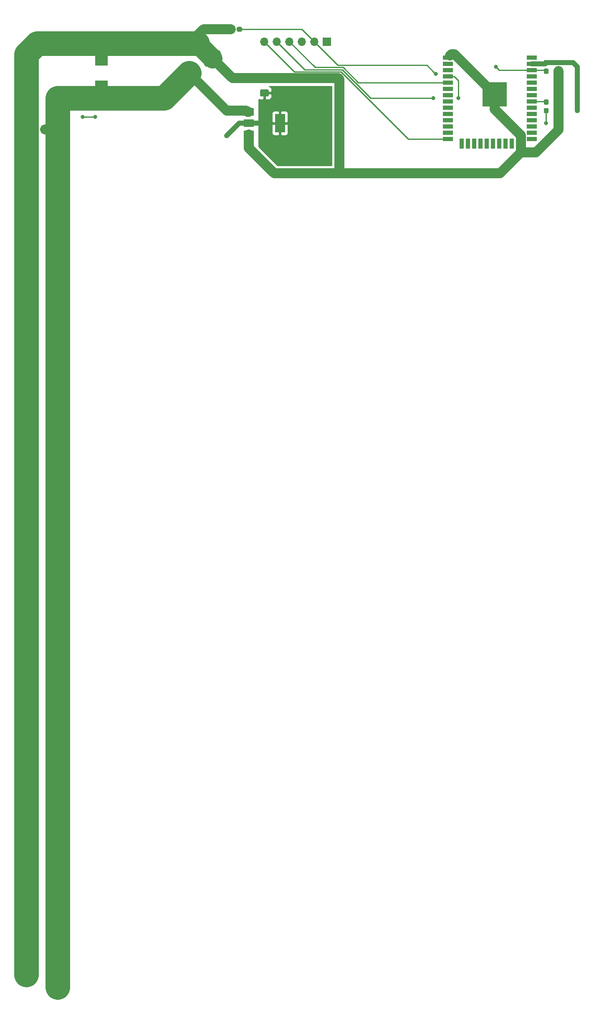
<source format=gbr>
G04 #@! TF.GenerationSoftware,KiCad,Pcbnew,5.0.0*
G04 #@! TF.CreationDate,2018-08-02T01:45:53+02:00*
G04 #@! TF.ProjectId,pentasquare,70656E74617371756172652E6B696361,rev?*
G04 #@! TF.SameCoordinates,Original*
G04 #@! TF.FileFunction,Copper,L2,Bot,Signal*
G04 #@! TF.FilePolarity,Positive*
%FSLAX46Y46*%
G04 Gerber Fmt 4.6, Leading zero omitted, Abs format (unit mm)*
G04 Created by KiCad (PCBNEW 5.0.0) date Thu Aug  2 01:45:53 2018*
%MOMM*%
%LPD*%
G01*
G04 APERTURE LIST*
G04 #@! TA.AperFunction,ComponentPad*
%ADD10R,3.500000X3.500000*%
G04 #@! TD*
G04 #@! TA.AperFunction,Conductor*
%ADD11C,0.100000*%
G04 #@! TD*
G04 #@! TA.AperFunction,ComponentPad*
%ADD12C,3.000000*%
G04 #@! TD*
G04 #@! TA.AperFunction,ComponentPad*
%ADD13C,3.500000*%
G04 #@! TD*
G04 #@! TA.AperFunction,SMDPad,CuDef*
%ADD14R,2.000000X3.800000*%
G04 #@! TD*
G04 #@! TA.AperFunction,SMDPad,CuDef*
%ADD15R,2.000000X1.500000*%
G04 #@! TD*
G04 #@! TA.AperFunction,SMDPad,CuDef*
%ADD16R,2.500000X3.500000*%
G04 #@! TD*
G04 #@! TA.AperFunction,SMDPad,CuDef*
%ADD17C,0.950000*%
G04 #@! TD*
G04 #@! TA.AperFunction,SMDPad,CuDef*
%ADD18C,1.425000*%
G04 #@! TD*
G04 #@! TA.AperFunction,ComponentPad*
%ADD19R,1.600000X1.600000*%
G04 #@! TD*
G04 #@! TA.AperFunction,ComponentPad*
%ADD20C,1.600000*%
G04 #@! TD*
G04 #@! TA.AperFunction,ComponentPad*
%ADD21R,1.700000X1.700000*%
G04 #@! TD*
G04 #@! TA.AperFunction,ComponentPad*
%ADD22O,1.700000X1.700000*%
G04 #@! TD*
G04 #@! TA.AperFunction,SMDPad,CuDef*
%ADD23R,5.000000X5.000000*%
G04 #@! TD*
G04 #@! TA.AperFunction,SMDPad,CuDef*
%ADD24R,2.000000X0.900000*%
G04 #@! TD*
G04 #@! TA.AperFunction,SMDPad,CuDef*
%ADD25R,0.900000X2.000000*%
G04 #@! TD*
G04 #@! TA.AperFunction,ViaPad*
%ADD26C,2.000000*%
G04 #@! TD*
G04 #@! TA.AperFunction,ViaPad*
%ADD27C,1.000000*%
G04 #@! TD*
G04 #@! TA.AperFunction,ViaPad*
%ADD28C,0.800000*%
G04 #@! TD*
G04 #@! TA.AperFunction,Conductor*
%ADD29C,5.000000*%
G04 #@! TD*
G04 #@! TA.AperFunction,Conductor*
%ADD30C,4.000000*%
G04 #@! TD*
G04 #@! TA.AperFunction,Conductor*
%ADD31C,2.000000*%
G04 #@! TD*
G04 #@! TA.AperFunction,Conductor*
%ADD32C,0.250000*%
G04 #@! TD*
G04 #@! TA.AperFunction,Conductor*
%ADD33C,1.000000*%
G04 #@! TD*
G04 #@! TA.AperFunction,Conductor*
%ADD34C,0.254000*%
G04 #@! TD*
G04 APERTURE END LIST*
D10*
G04 #@! TO.P,J2,1*
G04 #@! TO.N,+5V*
X53340000Y-25400000D03*
D11*
G04 #@! TD*
G04 #@! TO.N,GND*
G04 #@! TO.C,J2*
G36*
X54413513Y-17903611D02*
X54486318Y-17914411D01*
X54557714Y-17932295D01*
X54627013Y-17957090D01*
X54693548Y-17988559D01*
X54756678Y-18026398D01*
X54815795Y-18070242D01*
X54870330Y-18119670D01*
X54919758Y-18174205D01*
X54963602Y-18233322D01*
X55001441Y-18296452D01*
X55032910Y-18362987D01*
X55057705Y-18432286D01*
X55075589Y-18503682D01*
X55086389Y-18576487D01*
X55090000Y-18650000D01*
X55090000Y-20150000D01*
X55086389Y-20223513D01*
X55075589Y-20296318D01*
X55057705Y-20367714D01*
X55032910Y-20437013D01*
X55001441Y-20503548D01*
X54963602Y-20566678D01*
X54919758Y-20625795D01*
X54870330Y-20680330D01*
X54815795Y-20729758D01*
X54756678Y-20773602D01*
X54693548Y-20811441D01*
X54627013Y-20842910D01*
X54557714Y-20867705D01*
X54486318Y-20885589D01*
X54413513Y-20896389D01*
X54340000Y-20900000D01*
X52340000Y-20900000D01*
X52266487Y-20896389D01*
X52193682Y-20885589D01*
X52122286Y-20867705D01*
X52052987Y-20842910D01*
X51986452Y-20811441D01*
X51923322Y-20773602D01*
X51864205Y-20729758D01*
X51809670Y-20680330D01*
X51760242Y-20625795D01*
X51716398Y-20566678D01*
X51678559Y-20503548D01*
X51647090Y-20437013D01*
X51622295Y-20367714D01*
X51604411Y-20296318D01*
X51593611Y-20223513D01*
X51590000Y-20150000D01*
X51590000Y-18650000D01*
X51593611Y-18576487D01*
X51604411Y-18503682D01*
X51622295Y-18432286D01*
X51647090Y-18362987D01*
X51678559Y-18296452D01*
X51716398Y-18233322D01*
X51760242Y-18174205D01*
X51809670Y-18119670D01*
X51864205Y-18070242D01*
X51923322Y-18026398D01*
X51986452Y-17988559D01*
X52052987Y-17957090D01*
X52122286Y-17932295D01*
X52193682Y-17914411D01*
X52266487Y-17903611D01*
X52340000Y-17900000D01*
X54340000Y-17900000D01*
X54413513Y-17903611D01*
X54413513Y-17903611D01*
G37*
D12*
G04 #@! TO.P,J2,2*
G04 #@! TO.N,GND*
X53340000Y-19400000D03*
D11*
G04 #@! TD*
G04 #@! TO.N,GND*
G04 #@! TO.C,J2*
G36*
X59000765Y-20654213D02*
X59085704Y-20666813D01*
X59168999Y-20687677D01*
X59249848Y-20716605D01*
X59327472Y-20753319D01*
X59401124Y-20797464D01*
X59470094Y-20848616D01*
X59533718Y-20906282D01*
X59591384Y-20969906D01*
X59642536Y-21038876D01*
X59686681Y-21112528D01*
X59723395Y-21190152D01*
X59752323Y-21271001D01*
X59773187Y-21354296D01*
X59785787Y-21439235D01*
X59790000Y-21525000D01*
X59790000Y-23275000D01*
X59785787Y-23360765D01*
X59773187Y-23445704D01*
X59752323Y-23528999D01*
X59723395Y-23609848D01*
X59686681Y-23687472D01*
X59642536Y-23761124D01*
X59591384Y-23830094D01*
X59533718Y-23893718D01*
X59470094Y-23951384D01*
X59401124Y-24002536D01*
X59327472Y-24046681D01*
X59249848Y-24083395D01*
X59168999Y-24112323D01*
X59085704Y-24133187D01*
X59000765Y-24145787D01*
X58915000Y-24150000D01*
X57165000Y-24150000D01*
X57079235Y-24145787D01*
X56994296Y-24133187D01*
X56911001Y-24112323D01*
X56830152Y-24083395D01*
X56752528Y-24046681D01*
X56678876Y-24002536D01*
X56609906Y-23951384D01*
X56546282Y-23893718D01*
X56488616Y-23830094D01*
X56437464Y-23761124D01*
X56393319Y-23687472D01*
X56356605Y-23609848D01*
X56327677Y-23528999D01*
X56306813Y-23445704D01*
X56294213Y-23360765D01*
X56290000Y-23275000D01*
X56290000Y-21525000D01*
X56294213Y-21439235D01*
X56306813Y-21354296D01*
X56327677Y-21271001D01*
X56356605Y-21190152D01*
X56393319Y-21112528D01*
X56437464Y-21038876D01*
X56488616Y-20969906D01*
X56546282Y-20906282D01*
X56609906Y-20848616D01*
X56678876Y-20797464D01*
X56752528Y-20753319D01*
X56830152Y-20716605D01*
X56911001Y-20687677D01*
X56994296Y-20666813D01*
X57079235Y-20654213D01*
X57165000Y-20650000D01*
X58915000Y-20650000D01*
X59000765Y-20654213D01*
X59000765Y-20654213D01*
G37*
D13*
G04 #@! TO.P,J2,3*
G04 #@! TO.N,GND*
X58040000Y-22400000D03*
G04 #@! TD*
D14*
G04 #@! TO.P,U2,2*
G04 #@! TO.N,+3V3*
X71730000Y-35560000D03*
D15*
X65430000Y-35560000D03*
G04 #@! TO.P,U2,3*
G04 #@! TO.N,+5V*
X65430000Y-33260000D03*
G04 #@! TO.P,U2,1*
G04 #@! TO.N,GND*
X65430000Y-37860000D03*
G04 #@! TD*
D16*
G04 #@! TO.P,C4,1*
G04 #@! TO.N,+5V*
X35560000Y-28650000D03*
G04 #@! TO.P,C4,2*
G04 #@! TO.N,GND*
X35560000Y-22150000D03*
G04 #@! TD*
D11*
G04 #@! TO.N,+3V3*
G04 #@! TO.C,C2*
G36*
X128530779Y-22731144D02*
X128553834Y-22734563D01*
X128576443Y-22740227D01*
X128598387Y-22748079D01*
X128619457Y-22758044D01*
X128639448Y-22770026D01*
X128658168Y-22783910D01*
X128675438Y-22799562D01*
X128691090Y-22816832D01*
X128704974Y-22835552D01*
X128716956Y-22855543D01*
X128726921Y-22876613D01*
X128734773Y-22898557D01*
X128740437Y-22921166D01*
X128743856Y-22944221D01*
X128745000Y-22967500D01*
X128745000Y-23542500D01*
X128743856Y-23565779D01*
X128740437Y-23588834D01*
X128734773Y-23611443D01*
X128726921Y-23633387D01*
X128716956Y-23654457D01*
X128704974Y-23674448D01*
X128691090Y-23693168D01*
X128675438Y-23710438D01*
X128658168Y-23726090D01*
X128639448Y-23739974D01*
X128619457Y-23751956D01*
X128598387Y-23761921D01*
X128576443Y-23769773D01*
X128553834Y-23775437D01*
X128530779Y-23778856D01*
X128507500Y-23780000D01*
X128032500Y-23780000D01*
X128009221Y-23778856D01*
X127986166Y-23775437D01*
X127963557Y-23769773D01*
X127941613Y-23761921D01*
X127920543Y-23751956D01*
X127900552Y-23739974D01*
X127881832Y-23726090D01*
X127864562Y-23710438D01*
X127848910Y-23693168D01*
X127835026Y-23674448D01*
X127823044Y-23654457D01*
X127813079Y-23633387D01*
X127805227Y-23611443D01*
X127799563Y-23588834D01*
X127796144Y-23565779D01*
X127795000Y-23542500D01*
X127795000Y-22967500D01*
X127796144Y-22944221D01*
X127799563Y-22921166D01*
X127805227Y-22898557D01*
X127813079Y-22876613D01*
X127823044Y-22855543D01*
X127835026Y-22835552D01*
X127848910Y-22816832D01*
X127864562Y-22799562D01*
X127881832Y-22783910D01*
X127900552Y-22770026D01*
X127920543Y-22758044D01*
X127941613Y-22748079D01*
X127963557Y-22740227D01*
X127986166Y-22734563D01*
X128009221Y-22731144D01*
X128032500Y-22730000D01*
X128507500Y-22730000D01*
X128530779Y-22731144D01*
X128530779Y-22731144D01*
G37*
D17*
G04 #@! TD*
G04 #@! TO.P,C2,2*
G04 #@! TO.N,+3V3*
X128270000Y-23255000D03*
D11*
G04 #@! TO.N,GND*
G04 #@! TO.C,C2*
G36*
X128530779Y-24481144D02*
X128553834Y-24484563D01*
X128576443Y-24490227D01*
X128598387Y-24498079D01*
X128619457Y-24508044D01*
X128639448Y-24520026D01*
X128658168Y-24533910D01*
X128675438Y-24549562D01*
X128691090Y-24566832D01*
X128704974Y-24585552D01*
X128716956Y-24605543D01*
X128726921Y-24626613D01*
X128734773Y-24648557D01*
X128740437Y-24671166D01*
X128743856Y-24694221D01*
X128745000Y-24717500D01*
X128745000Y-25292500D01*
X128743856Y-25315779D01*
X128740437Y-25338834D01*
X128734773Y-25361443D01*
X128726921Y-25383387D01*
X128716956Y-25404457D01*
X128704974Y-25424448D01*
X128691090Y-25443168D01*
X128675438Y-25460438D01*
X128658168Y-25476090D01*
X128639448Y-25489974D01*
X128619457Y-25501956D01*
X128598387Y-25511921D01*
X128576443Y-25519773D01*
X128553834Y-25525437D01*
X128530779Y-25528856D01*
X128507500Y-25530000D01*
X128032500Y-25530000D01*
X128009221Y-25528856D01*
X127986166Y-25525437D01*
X127963557Y-25519773D01*
X127941613Y-25511921D01*
X127920543Y-25501956D01*
X127900552Y-25489974D01*
X127881832Y-25476090D01*
X127864562Y-25460438D01*
X127848910Y-25443168D01*
X127835026Y-25424448D01*
X127823044Y-25404457D01*
X127813079Y-25383387D01*
X127805227Y-25361443D01*
X127799563Y-25338834D01*
X127796144Y-25315779D01*
X127795000Y-25292500D01*
X127795000Y-24717500D01*
X127796144Y-24694221D01*
X127799563Y-24671166D01*
X127805227Y-24648557D01*
X127813079Y-24626613D01*
X127823044Y-24605543D01*
X127835026Y-24585552D01*
X127848910Y-24566832D01*
X127864562Y-24549562D01*
X127881832Y-24533910D01*
X127900552Y-24520026D01*
X127920543Y-24508044D01*
X127941613Y-24498079D01*
X127963557Y-24490227D01*
X127986166Y-24484563D01*
X128009221Y-24481144D01*
X128032500Y-24480000D01*
X128507500Y-24480000D01*
X128530779Y-24481144D01*
X128530779Y-24481144D01*
G37*
D17*
G04 #@! TD*
G04 #@! TO.P,C2,1*
G04 #@! TO.N,GND*
X128270000Y-25005000D03*
D11*
G04 #@! TO.N,/RTS*
G04 #@! TO.C,C1*
G36*
X63810779Y-16036144D02*
X63833834Y-16039563D01*
X63856443Y-16045227D01*
X63878387Y-16053079D01*
X63899457Y-16063044D01*
X63919448Y-16075026D01*
X63938168Y-16088910D01*
X63955438Y-16104562D01*
X63971090Y-16121832D01*
X63984974Y-16140552D01*
X63996956Y-16160543D01*
X64006921Y-16181613D01*
X64014773Y-16203557D01*
X64020437Y-16226166D01*
X64023856Y-16249221D01*
X64025000Y-16272500D01*
X64025000Y-16747500D01*
X64023856Y-16770779D01*
X64020437Y-16793834D01*
X64014773Y-16816443D01*
X64006921Y-16838387D01*
X63996956Y-16859457D01*
X63984974Y-16879448D01*
X63971090Y-16898168D01*
X63955438Y-16915438D01*
X63938168Y-16931090D01*
X63919448Y-16944974D01*
X63899457Y-16956956D01*
X63878387Y-16966921D01*
X63856443Y-16974773D01*
X63833834Y-16980437D01*
X63810779Y-16983856D01*
X63787500Y-16985000D01*
X63212500Y-16985000D01*
X63189221Y-16983856D01*
X63166166Y-16980437D01*
X63143557Y-16974773D01*
X63121613Y-16966921D01*
X63100543Y-16956956D01*
X63080552Y-16944974D01*
X63061832Y-16931090D01*
X63044562Y-16915438D01*
X63028910Y-16898168D01*
X63015026Y-16879448D01*
X63003044Y-16859457D01*
X62993079Y-16838387D01*
X62985227Y-16816443D01*
X62979563Y-16793834D01*
X62976144Y-16770779D01*
X62975000Y-16747500D01*
X62975000Y-16272500D01*
X62976144Y-16249221D01*
X62979563Y-16226166D01*
X62985227Y-16203557D01*
X62993079Y-16181613D01*
X63003044Y-16160543D01*
X63015026Y-16140552D01*
X63028910Y-16121832D01*
X63044562Y-16104562D01*
X63061832Y-16088910D01*
X63080552Y-16075026D01*
X63100543Y-16063044D01*
X63121613Y-16053079D01*
X63143557Y-16045227D01*
X63166166Y-16039563D01*
X63189221Y-16036144D01*
X63212500Y-16035000D01*
X63787500Y-16035000D01*
X63810779Y-16036144D01*
X63810779Y-16036144D01*
G37*
D17*
G04 #@! TD*
G04 #@! TO.P,C1,1*
G04 #@! TO.N,/RTS*
X63500000Y-16510000D03*
D11*
G04 #@! TO.N,GND*
G04 #@! TO.C,C1*
G36*
X62060779Y-16036144D02*
X62083834Y-16039563D01*
X62106443Y-16045227D01*
X62128387Y-16053079D01*
X62149457Y-16063044D01*
X62169448Y-16075026D01*
X62188168Y-16088910D01*
X62205438Y-16104562D01*
X62221090Y-16121832D01*
X62234974Y-16140552D01*
X62246956Y-16160543D01*
X62256921Y-16181613D01*
X62264773Y-16203557D01*
X62270437Y-16226166D01*
X62273856Y-16249221D01*
X62275000Y-16272500D01*
X62275000Y-16747500D01*
X62273856Y-16770779D01*
X62270437Y-16793834D01*
X62264773Y-16816443D01*
X62256921Y-16838387D01*
X62246956Y-16859457D01*
X62234974Y-16879448D01*
X62221090Y-16898168D01*
X62205438Y-16915438D01*
X62188168Y-16931090D01*
X62169448Y-16944974D01*
X62149457Y-16956956D01*
X62128387Y-16966921D01*
X62106443Y-16974773D01*
X62083834Y-16980437D01*
X62060779Y-16983856D01*
X62037500Y-16985000D01*
X61462500Y-16985000D01*
X61439221Y-16983856D01*
X61416166Y-16980437D01*
X61393557Y-16974773D01*
X61371613Y-16966921D01*
X61350543Y-16956956D01*
X61330552Y-16944974D01*
X61311832Y-16931090D01*
X61294562Y-16915438D01*
X61278910Y-16898168D01*
X61265026Y-16879448D01*
X61253044Y-16859457D01*
X61243079Y-16838387D01*
X61235227Y-16816443D01*
X61229563Y-16793834D01*
X61226144Y-16770779D01*
X61225000Y-16747500D01*
X61225000Y-16272500D01*
X61226144Y-16249221D01*
X61229563Y-16226166D01*
X61235227Y-16203557D01*
X61243079Y-16181613D01*
X61253044Y-16160543D01*
X61265026Y-16140552D01*
X61278910Y-16121832D01*
X61294562Y-16104562D01*
X61311832Y-16088910D01*
X61330552Y-16075026D01*
X61350543Y-16063044D01*
X61371613Y-16053079D01*
X61393557Y-16045227D01*
X61416166Y-16039563D01*
X61439221Y-16036144D01*
X61462500Y-16035000D01*
X62037500Y-16035000D01*
X62060779Y-16036144D01*
X62060779Y-16036144D01*
G37*
D17*
G04 #@! TD*
G04 #@! TO.P,C1,2*
G04 #@! TO.N,GND*
X61750000Y-16510000D03*
D11*
G04 #@! TO.N,GND*
G04 #@! TO.C,C3*
G36*
X69229504Y-25741204D02*
X69253773Y-25744804D01*
X69277571Y-25750765D01*
X69300671Y-25759030D01*
X69322849Y-25769520D01*
X69343893Y-25782133D01*
X69363598Y-25796747D01*
X69381777Y-25813223D01*
X69398253Y-25831402D01*
X69412867Y-25851107D01*
X69425480Y-25872151D01*
X69435970Y-25894329D01*
X69444235Y-25917429D01*
X69450196Y-25941227D01*
X69453796Y-25965496D01*
X69455000Y-25990000D01*
X69455000Y-26915000D01*
X69453796Y-26939504D01*
X69450196Y-26963773D01*
X69444235Y-26987571D01*
X69435970Y-27010671D01*
X69425480Y-27032849D01*
X69412867Y-27053893D01*
X69398253Y-27073598D01*
X69381777Y-27091777D01*
X69363598Y-27108253D01*
X69343893Y-27122867D01*
X69322849Y-27135480D01*
X69300671Y-27145970D01*
X69277571Y-27154235D01*
X69253773Y-27160196D01*
X69229504Y-27163796D01*
X69205000Y-27165000D01*
X67955000Y-27165000D01*
X67930496Y-27163796D01*
X67906227Y-27160196D01*
X67882429Y-27154235D01*
X67859329Y-27145970D01*
X67837151Y-27135480D01*
X67816107Y-27122867D01*
X67796402Y-27108253D01*
X67778223Y-27091777D01*
X67761747Y-27073598D01*
X67747133Y-27053893D01*
X67734520Y-27032849D01*
X67724030Y-27010671D01*
X67715765Y-26987571D01*
X67709804Y-26963773D01*
X67706204Y-26939504D01*
X67705000Y-26915000D01*
X67705000Y-25990000D01*
X67706204Y-25965496D01*
X67709804Y-25941227D01*
X67715765Y-25917429D01*
X67724030Y-25894329D01*
X67734520Y-25872151D01*
X67747133Y-25851107D01*
X67761747Y-25831402D01*
X67778223Y-25813223D01*
X67796402Y-25796747D01*
X67816107Y-25782133D01*
X67837151Y-25769520D01*
X67859329Y-25759030D01*
X67882429Y-25750765D01*
X67906227Y-25744804D01*
X67930496Y-25741204D01*
X67955000Y-25740000D01*
X69205000Y-25740000D01*
X69229504Y-25741204D01*
X69229504Y-25741204D01*
G37*
D18*
G04 #@! TD*
G04 #@! TO.P,C3,1*
G04 #@! TO.N,GND*
X68580000Y-26452500D03*
D11*
G04 #@! TO.N,+3V3*
G04 #@! TO.C,C3*
G36*
X69229504Y-28716204D02*
X69253773Y-28719804D01*
X69277571Y-28725765D01*
X69300671Y-28734030D01*
X69322849Y-28744520D01*
X69343893Y-28757133D01*
X69363598Y-28771747D01*
X69381777Y-28788223D01*
X69398253Y-28806402D01*
X69412867Y-28826107D01*
X69425480Y-28847151D01*
X69435970Y-28869329D01*
X69444235Y-28892429D01*
X69450196Y-28916227D01*
X69453796Y-28940496D01*
X69455000Y-28965000D01*
X69455000Y-29890000D01*
X69453796Y-29914504D01*
X69450196Y-29938773D01*
X69444235Y-29962571D01*
X69435970Y-29985671D01*
X69425480Y-30007849D01*
X69412867Y-30028893D01*
X69398253Y-30048598D01*
X69381777Y-30066777D01*
X69363598Y-30083253D01*
X69343893Y-30097867D01*
X69322849Y-30110480D01*
X69300671Y-30120970D01*
X69277571Y-30129235D01*
X69253773Y-30135196D01*
X69229504Y-30138796D01*
X69205000Y-30140000D01*
X67955000Y-30140000D01*
X67930496Y-30138796D01*
X67906227Y-30135196D01*
X67882429Y-30129235D01*
X67859329Y-30120970D01*
X67837151Y-30110480D01*
X67816107Y-30097867D01*
X67796402Y-30083253D01*
X67778223Y-30066777D01*
X67761747Y-30048598D01*
X67747133Y-30028893D01*
X67734520Y-30007849D01*
X67724030Y-29985671D01*
X67715765Y-29962571D01*
X67709804Y-29938773D01*
X67706204Y-29914504D01*
X67705000Y-29890000D01*
X67705000Y-28965000D01*
X67706204Y-28940496D01*
X67709804Y-28916227D01*
X67715765Y-28892429D01*
X67724030Y-28869329D01*
X67734520Y-28847151D01*
X67747133Y-28826107D01*
X67761747Y-28806402D01*
X67778223Y-28788223D01*
X67796402Y-28771747D01*
X67816107Y-28757133D01*
X67837151Y-28744520D01*
X67859329Y-28734030D01*
X67882429Y-28725765D01*
X67906227Y-28719804D01*
X67930496Y-28716204D01*
X67955000Y-28715000D01*
X69205000Y-28715000D01*
X69229504Y-28716204D01*
X69229504Y-28716204D01*
G37*
D18*
G04 #@! TD*
G04 #@! TO.P,C3,2*
G04 #@! TO.N,+3V3*
X68580000Y-29427500D03*
D19*
G04 #@! TO.P,C5,1*
G04 #@! TO.N,+5V*
X24130000Y-36830000D03*
D20*
G04 #@! TO.P,C5,2*
G04 #@! TO.N,GND*
X21630000Y-36830000D03*
G04 #@! TD*
D21*
G04 #@! TO.P,J1,1*
G04 #@! TO.N,GND*
X81280000Y-19050000D03*
D22*
G04 #@! TO.P,J1,2*
G04 #@! TO.N,/RTS*
X78740000Y-19050000D03*
G04 #@! TO.P,J1,3*
G04 #@! TO.N,Net-(J1-Pad3)*
X76200000Y-19050000D03*
G04 #@! TO.P,J1,4*
G04 #@! TO.N,/RX*
X73660000Y-19050000D03*
G04 #@! TO.P,J1,5*
G04 #@! TO.N,/TX*
X71120000Y-19050000D03*
G04 #@! TO.P,J1,6*
G04 #@! TO.N,/DTR*
X68580000Y-19050000D03*
G04 #@! TD*
D23*
G04 #@! TO.P,U1,39*
G04 #@! TO.N,GND*
X115300000Y-29725000D03*
D24*
G04 #@! TO.P,U1,1*
G04 #@! TO.N,Net-(U1-Pad1)*
X122800000Y-22225000D03*
G04 #@! TO.P,U1,2*
G04 #@! TO.N,+3V3*
X122800000Y-23495000D03*
G04 #@! TO.P,U1,3*
G04 #@! TO.N,/RTS*
X122800000Y-24765000D03*
G04 #@! TO.P,U1,4*
G04 #@! TO.N,Net-(U1-Pad4)*
X122800000Y-26035000D03*
G04 #@! TO.P,U1,5*
G04 #@! TO.N,Net-(U1-Pad5)*
X122800000Y-27305000D03*
G04 #@! TO.P,U1,6*
G04 #@! TO.N,Net-(U1-Pad6)*
X122800000Y-28575000D03*
G04 #@! TO.P,U1,7*
G04 #@! TO.N,Net-(U1-Pad7)*
X122800000Y-29845000D03*
G04 #@! TO.P,U1,8*
G04 #@! TO.N,Net-(R2-Pad1)*
X122800000Y-31115000D03*
G04 #@! TO.P,U1,9*
G04 #@! TO.N,Net-(U1-Pad9)*
X122800000Y-32385000D03*
G04 #@! TO.P,U1,10*
G04 #@! TO.N,Net-(U1-Pad10)*
X122800000Y-33655000D03*
G04 #@! TO.P,U1,11*
G04 #@! TO.N,Net-(U1-Pad11)*
X122800000Y-34925000D03*
G04 #@! TO.P,U1,12*
G04 #@! TO.N,Net-(U1-Pad12)*
X122800000Y-36195000D03*
G04 #@! TO.P,U1,13*
G04 #@! TO.N,Net-(U1-Pad13)*
X122800000Y-37465000D03*
G04 #@! TO.P,U1,14*
G04 #@! TO.N,Net-(U1-Pad14)*
X122800000Y-38735000D03*
D25*
G04 #@! TO.P,U1,15*
G04 #@! TO.N,GND*
X120015000Y-39735000D03*
G04 #@! TO.P,U1,16*
G04 #@! TO.N,Net-(U1-Pad16)*
X118745000Y-39735000D03*
G04 #@! TO.P,U1,17*
G04 #@! TO.N,Net-(U1-Pad17)*
X117475000Y-39735000D03*
G04 #@! TO.P,U1,18*
G04 #@! TO.N,Net-(U1-Pad18)*
X116205000Y-39735000D03*
G04 #@! TO.P,U1,19*
G04 #@! TO.N,Net-(U1-Pad19)*
X114935000Y-39735000D03*
G04 #@! TO.P,U1,20*
G04 #@! TO.N,Net-(U1-Pad20)*
X113665000Y-39735000D03*
G04 #@! TO.P,U1,21*
G04 #@! TO.N,Net-(U1-Pad21)*
X112395000Y-39735000D03*
G04 #@! TO.P,U1,22*
G04 #@! TO.N,Net-(U1-Pad22)*
X111125000Y-39735000D03*
G04 #@! TO.P,U1,23*
G04 #@! TO.N,Net-(U1-Pad23)*
X109855000Y-39735000D03*
G04 #@! TO.P,U1,24*
G04 #@! TO.N,Net-(U1-Pad24)*
X108585000Y-39735000D03*
D24*
G04 #@! TO.P,U1,25*
G04 #@! TO.N,/DTR*
X105800000Y-38735000D03*
G04 #@! TO.P,U1,26*
G04 #@! TO.N,Net-(U1-Pad26)*
X105800000Y-37465000D03*
G04 #@! TO.P,U1,27*
G04 #@! TO.N,Net-(U1-Pad27)*
X105800000Y-36195000D03*
G04 #@! TO.P,U1,28*
G04 #@! TO.N,Net-(U1-Pad28)*
X105800000Y-34925000D03*
G04 #@! TO.P,U1,29*
G04 #@! TO.N,Net-(U1-Pad29)*
X105800000Y-33655000D03*
G04 #@! TO.P,U1,30*
G04 #@! TO.N,Net-(U1-Pad30)*
X105800000Y-32385000D03*
G04 #@! TO.P,U1,31*
G04 #@! TO.N,Net-(U1-Pad31)*
X105800000Y-31115000D03*
G04 #@! TO.P,U1,32*
G04 #@! TO.N,Net-(U1-Pad32)*
X105800000Y-29845000D03*
G04 #@! TO.P,U1,33*
G04 #@! TO.N,Net-(U1-Pad33)*
X105800000Y-28575000D03*
G04 #@! TO.P,U1,34*
G04 #@! TO.N,/RX*
X105800000Y-27305000D03*
G04 #@! TO.P,U1,35*
G04 #@! TO.N,/TX*
X105800000Y-26035000D03*
G04 #@! TO.P,U1,36*
G04 #@! TO.N,Net-(U1-Pad36)*
X105800000Y-24765000D03*
G04 #@! TO.P,U1,37*
G04 #@! TO.N,Net-(U1-Pad37)*
X105800000Y-23495000D03*
G04 #@! TO.P,U1,38*
G04 #@! TO.N,GND*
X105800000Y-22225000D03*
G04 #@! TD*
D11*
G04 #@! TO.N,/DATA*
G04 #@! TO.C,R2*
G36*
X125990779Y-32496144D02*
X126013834Y-32499563D01*
X126036443Y-32505227D01*
X126058387Y-32513079D01*
X126079457Y-32523044D01*
X126099448Y-32535026D01*
X126118168Y-32548910D01*
X126135438Y-32564562D01*
X126151090Y-32581832D01*
X126164974Y-32600552D01*
X126176956Y-32620543D01*
X126186921Y-32641613D01*
X126194773Y-32663557D01*
X126200437Y-32686166D01*
X126203856Y-32709221D01*
X126205000Y-32732500D01*
X126205000Y-33307500D01*
X126203856Y-33330779D01*
X126200437Y-33353834D01*
X126194773Y-33376443D01*
X126186921Y-33398387D01*
X126176956Y-33419457D01*
X126164974Y-33439448D01*
X126151090Y-33458168D01*
X126135438Y-33475438D01*
X126118168Y-33491090D01*
X126099448Y-33504974D01*
X126079457Y-33516956D01*
X126058387Y-33526921D01*
X126036443Y-33534773D01*
X126013834Y-33540437D01*
X125990779Y-33543856D01*
X125967500Y-33545000D01*
X125492500Y-33545000D01*
X125469221Y-33543856D01*
X125446166Y-33540437D01*
X125423557Y-33534773D01*
X125401613Y-33526921D01*
X125380543Y-33516956D01*
X125360552Y-33504974D01*
X125341832Y-33491090D01*
X125324562Y-33475438D01*
X125308910Y-33458168D01*
X125295026Y-33439448D01*
X125283044Y-33419457D01*
X125273079Y-33398387D01*
X125265227Y-33376443D01*
X125259563Y-33353834D01*
X125256144Y-33330779D01*
X125255000Y-33307500D01*
X125255000Y-32732500D01*
X125256144Y-32709221D01*
X125259563Y-32686166D01*
X125265227Y-32663557D01*
X125273079Y-32641613D01*
X125283044Y-32620543D01*
X125295026Y-32600552D01*
X125308910Y-32581832D01*
X125324562Y-32564562D01*
X125341832Y-32548910D01*
X125360552Y-32535026D01*
X125380543Y-32523044D01*
X125401613Y-32513079D01*
X125423557Y-32505227D01*
X125446166Y-32499563D01*
X125469221Y-32496144D01*
X125492500Y-32495000D01*
X125967500Y-32495000D01*
X125990779Y-32496144D01*
X125990779Y-32496144D01*
G37*
D17*
G04 #@! TD*
G04 #@! TO.P,R2,2*
G04 #@! TO.N,/DATA*
X125730000Y-33020000D03*
D11*
G04 #@! TO.N,Net-(R2-Pad1)*
G04 #@! TO.C,R2*
G36*
X125990779Y-30746144D02*
X126013834Y-30749563D01*
X126036443Y-30755227D01*
X126058387Y-30763079D01*
X126079457Y-30773044D01*
X126099448Y-30785026D01*
X126118168Y-30798910D01*
X126135438Y-30814562D01*
X126151090Y-30831832D01*
X126164974Y-30850552D01*
X126176956Y-30870543D01*
X126186921Y-30891613D01*
X126194773Y-30913557D01*
X126200437Y-30936166D01*
X126203856Y-30959221D01*
X126205000Y-30982500D01*
X126205000Y-31557500D01*
X126203856Y-31580779D01*
X126200437Y-31603834D01*
X126194773Y-31626443D01*
X126186921Y-31648387D01*
X126176956Y-31669457D01*
X126164974Y-31689448D01*
X126151090Y-31708168D01*
X126135438Y-31725438D01*
X126118168Y-31741090D01*
X126099448Y-31754974D01*
X126079457Y-31766956D01*
X126058387Y-31776921D01*
X126036443Y-31784773D01*
X126013834Y-31790437D01*
X125990779Y-31793856D01*
X125967500Y-31795000D01*
X125492500Y-31795000D01*
X125469221Y-31793856D01*
X125446166Y-31790437D01*
X125423557Y-31784773D01*
X125401613Y-31776921D01*
X125380543Y-31766956D01*
X125360552Y-31754974D01*
X125341832Y-31741090D01*
X125324562Y-31725438D01*
X125308910Y-31708168D01*
X125295026Y-31689448D01*
X125283044Y-31669457D01*
X125273079Y-31648387D01*
X125265227Y-31626443D01*
X125259563Y-31603834D01*
X125256144Y-31580779D01*
X125255000Y-31557500D01*
X125255000Y-30982500D01*
X125256144Y-30959221D01*
X125259563Y-30936166D01*
X125265227Y-30913557D01*
X125273079Y-30891613D01*
X125283044Y-30870543D01*
X125295026Y-30850552D01*
X125308910Y-30831832D01*
X125324562Y-30814562D01*
X125341832Y-30798910D01*
X125360552Y-30785026D01*
X125380543Y-30773044D01*
X125401613Y-30763079D01*
X125423557Y-30755227D01*
X125446166Y-30749563D01*
X125469221Y-30746144D01*
X125492500Y-30745000D01*
X125967500Y-30745000D01*
X125990779Y-30746144D01*
X125990779Y-30746144D01*
G37*
D17*
G04 #@! TD*
G04 #@! TO.P,R2,1*
G04 #@! TO.N,Net-(R2-Pad1)*
X125730000Y-31270000D03*
D11*
G04 #@! TO.N,+3V3*
G04 #@! TO.C,R1*
G36*
X125990779Y-22731144D02*
X126013834Y-22734563D01*
X126036443Y-22740227D01*
X126058387Y-22748079D01*
X126079457Y-22758044D01*
X126099448Y-22770026D01*
X126118168Y-22783910D01*
X126135438Y-22799562D01*
X126151090Y-22816832D01*
X126164974Y-22835552D01*
X126176956Y-22855543D01*
X126186921Y-22876613D01*
X126194773Y-22898557D01*
X126200437Y-22921166D01*
X126203856Y-22944221D01*
X126205000Y-22967500D01*
X126205000Y-23542500D01*
X126203856Y-23565779D01*
X126200437Y-23588834D01*
X126194773Y-23611443D01*
X126186921Y-23633387D01*
X126176956Y-23654457D01*
X126164974Y-23674448D01*
X126151090Y-23693168D01*
X126135438Y-23710438D01*
X126118168Y-23726090D01*
X126099448Y-23739974D01*
X126079457Y-23751956D01*
X126058387Y-23761921D01*
X126036443Y-23769773D01*
X126013834Y-23775437D01*
X125990779Y-23778856D01*
X125967500Y-23780000D01*
X125492500Y-23780000D01*
X125469221Y-23778856D01*
X125446166Y-23775437D01*
X125423557Y-23769773D01*
X125401613Y-23761921D01*
X125380543Y-23751956D01*
X125360552Y-23739974D01*
X125341832Y-23726090D01*
X125324562Y-23710438D01*
X125308910Y-23693168D01*
X125295026Y-23674448D01*
X125283044Y-23654457D01*
X125273079Y-23633387D01*
X125265227Y-23611443D01*
X125259563Y-23588834D01*
X125256144Y-23565779D01*
X125255000Y-23542500D01*
X125255000Y-22967500D01*
X125256144Y-22944221D01*
X125259563Y-22921166D01*
X125265227Y-22898557D01*
X125273079Y-22876613D01*
X125283044Y-22855543D01*
X125295026Y-22835552D01*
X125308910Y-22816832D01*
X125324562Y-22799562D01*
X125341832Y-22783910D01*
X125360552Y-22770026D01*
X125380543Y-22758044D01*
X125401613Y-22748079D01*
X125423557Y-22740227D01*
X125446166Y-22734563D01*
X125469221Y-22731144D01*
X125492500Y-22730000D01*
X125967500Y-22730000D01*
X125990779Y-22731144D01*
X125990779Y-22731144D01*
G37*
D17*
G04 #@! TD*
G04 #@! TO.P,R1,1*
G04 #@! TO.N,+3V3*
X125730000Y-23255000D03*
D11*
G04 #@! TO.N,/RTS*
G04 #@! TO.C,R1*
G36*
X125990779Y-24481144D02*
X126013834Y-24484563D01*
X126036443Y-24490227D01*
X126058387Y-24498079D01*
X126079457Y-24508044D01*
X126099448Y-24520026D01*
X126118168Y-24533910D01*
X126135438Y-24549562D01*
X126151090Y-24566832D01*
X126164974Y-24585552D01*
X126176956Y-24605543D01*
X126186921Y-24626613D01*
X126194773Y-24648557D01*
X126200437Y-24671166D01*
X126203856Y-24694221D01*
X126205000Y-24717500D01*
X126205000Y-25292500D01*
X126203856Y-25315779D01*
X126200437Y-25338834D01*
X126194773Y-25361443D01*
X126186921Y-25383387D01*
X126176956Y-25404457D01*
X126164974Y-25424448D01*
X126151090Y-25443168D01*
X126135438Y-25460438D01*
X126118168Y-25476090D01*
X126099448Y-25489974D01*
X126079457Y-25501956D01*
X126058387Y-25511921D01*
X126036443Y-25519773D01*
X126013834Y-25525437D01*
X125990779Y-25528856D01*
X125967500Y-25530000D01*
X125492500Y-25530000D01*
X125469221Y-25528856D01*
X125446166Y-25525437D01*
X125423557Y-25519773D01*
X125401613Y-25511921D01*
X125380543Y-25501956D01*
X125360552Y-25489974D01*
X125341832Y-25476090D01*
X125324562Y-25460438D01*
X125308910Y-25443168D01*
X125295026Y-25424448D01*
X125283044Y-25404457D01*
X125273079Y-25383387D01*
X125265227Y-25361443D01*
X125259563Y-25338834D01*
X125256144Y-25315779D01*
X125255000Y-25292500D01*
X125255000Y-24717500D01*
X125256144Y-24694221D01*
X125259563Y-24671166D01*
X125265227Y-24648557D01*
X125273079Y-24626613D01*
X125283044Y-24605543D01*
X125295026Y-24585552D01*
X125308910Y-24566832D01*
X125324562Y-24549562D01*
X125341832Y-24533910D01*
X125360552Y-24520026D01*
X125380543Y-24508044D01*
X125401613Y-24498079D01*
X125423557Y-24490227D01*
X125446166Y-24484563D01*
X125469221Y-24481144D01*
X125492500Y-24480000D01*
X125967500Y-24480000D01*
X125990779Y-24481144D01*
X125990779Y-24481144D01*
G37*
D17*
G04 #@! TD*
G04 #@! TO.P,R1,2*
G04 #@! TO.N,/RTS*
X125730000Y-25005000D03*
D26*
G04 #@! TO.N,GND*
X20320000Y-21590000D03*
X20320000Y-49530000D03*
X20320000Y-69850000D03*
X20320000Y-88900000D03*
X20320000Y-109220000D03*
X20320000Y-129540000D03*
X20320000Y-148590000D03*
X20320000Y-168910000D03*
X20320000Y-189230000D03*
X20320000Y-208280000D03*
G04 #@! TO.N,+5V*
X26670000Y-30480000D03*
X26670000Y-210820000D03*
X26670000Y-50800000D03*
X26670000Y-71120000D03*
X26670000Y-91440000D03*
X26670000Y-110490000D03*
X26670000Y-130810000D03*
X26670000Y-151130000D03*
X26670000Y-171450000D03*
X26670000Y-190500000D03*
D27*
G04 #@! TO.N,+3V3*
X60960000Y-38100000D03*
X132080000Y-33020000D03*
D28*
G04 #@! TO.N,/RTS*
X103344012Y-25588980D03*
X115570000Y-24130000D03*
G04 #@! TO.N,/DATA*
X125730000Y-35560000D03*
X31750000Y-34290000D03*
X34290000Y-34290000D03*
G04 #@! TO.N,/TX*
X102870000Y-30480000D03*
X107950000Y-30480000D03*
G04 #@! TD*
D29*
G04 #@! TO.N,GND*
X20320000Y-21590000D02*
X20320000Y-49530000D01*
X20320000Y-49530000D02*
X20320000Y-69850000D01*
X20320000Y-69850000D02*
X20320000Y-88900000D01*
X20320000Y-88900000D02*
X20320000Y-109220000D01*
X20320000Y-109220000D02*
X20320000Y-129540000D01*
X20320000Y-129540000D02*
X20320000Y-148590000D01*
X20320000Y-148590000D02*
X20320000Y-168910000D01*
X20320000Y-168910000D02*
X20320000Y-189230000D01*
X20320000Y-189230000D02*
X20320000Y-208280000D01*
X20320000Y-21590000D02*
X22510000Y-19400000D01*
D30*
X55040000Y-19400000D02*
X58040000Y-22400000D01*
D29*
X53340000Y-19400000D02*
X55040000Y-19400000D01*
D31*
X62092500Y-26452500D02*
X58040000Y-22400000D01*
X68580000Y-26452500D02*
X62092500Y-26452500D01*
X65430000Y-40610000D02*
X65460000Y-40640000D01*
X65430000Y-37860000D02*
X65430000Y-40610000D01*
X83602500Y-26452500D02*
X68580000Y-26452500D01*
X83820000Y-26670000D02*
X83602500Y-26452500D01*
X83820000Y-45720000D02*
X83820000Y-26670000D01*
X65430000Y-40610000D02*
X70540000Y-45720000D01*
X70540000Y-45720000D02*
X83820000Y-45720000D01*
X116370002Y-45720000D02*
X83820000Y-45720000D01*
X120599999Y-41490003D02*
X116370002Y-45720000D01*
X115300000Y-29725000D02*
X107165000Y-21590000D01*
X106435000Y-21590000D02*
X106180001Y-21844999D01*
X107165000Y-21590000D02*
X106435000Y-21590000D01*
X123654999Y-41490003D02*
X120599999Y-41490003D01*
X128270000Y-36875002D02*
X123654999Y-41490003D01*
X128270000Y-25005000D02*
X128270000Y-36875002D01*
X56230000Y-16510000D02*
X53340000Y-19400000D01*
X61750000Y-16510000D02*
X56230000Y-16510000D01*
X120599999Y-38049999D02*
X120599999Y-41490003D01*
X115300000Y-29725000D02*
X115300000Y-32750000D01*
X115300000Y-32750000D02*
X120599999Y-38049999D01*
X35560000Y-22150000D02*
X35560000Y-19400000D01*
D29*
X22510000Y-19400000D02*
X35560000Y-19400000D01*
X35560000Y-19400000D02*
X53340000Y-19400000D01*
G04 #@! TO.N,+5V*
X26670000Y-71120000D02*
X26670000Y-50800000D01*
X26670000Y-91440000D02*
X26670000Y-71120000D01*
X26670000Y-110490000D02*
X26670000Y-91440000D01*
X26670000Y-130810000D02*
X26670000Y-110490000D01*
X26670000Y-151130000D02*
X26670000Y-130810000D01*
X26670000Y-171450000D02*
X26670000Y-151130000D01*
X26670000Y-210820000D02*
X26670000Y-190500000D01*
X26670000Y-190500000D02*
X26670000Y-171450000D01*
X48260000Y-30480000D02*
X53340000Y-25400000D01*
X26670000Y-30480000D02*
X48260000Y-30480000D01*
D31*
X24130000Y-36830000D02*
X26670000Y-36830000D01*
D29*
X26670000Y-50800000D02*
X26670000Y-36830000D01*
X26670000Y-36830000D02*
X26670000Y-30480000D01*
D31*
X60960000Y-33020000D02*
X58420000Y-30480000D01*
X58420000Y-30480000D02*
X53340000Y-25400000D01*
X64940000Y-33020000D02*
X60960000Y-33020000D01*
X65430000Y-33260000D02*
X65180000Y-33260000D01*
X65180000Y-33260000D02*
X64940000Y-33020000D01*
D32*
G04 #@! TO.N,+3V3*
X65680000Y-35560000D02*
X65430000Y-35560000D01*
X65430000Y-35560000D02*
X65180000Y-35560000D01*
D33*
X128270000Y-23255000D02*
X125730000Y-23255000D01*
X125490000Y-23495000D02*
X122800000Y-23495000D01*
X125730000Y-23255000D02*
X125490000Y-23495000D01*
X65430000Y-35560000D02*
X68580000Y-35560000D01*
X65430000Y-35560000D02*
X63500000Y-35560000D01*
X63500000Y-35560000D02*
X60960000Y-38100000D01*
X131205000Y-23255000D02*
X128845000Y-23255000D01*
X132080000Y-24130000D02*
X131205000Y-23255000D01*
X128845000Y-23255000D02*
X128270000Y-23255000D01*
X132080000Y-33020000D02*
X132080000Y-24130000D01*
D32*
G04 #@! TO.N,/RTS*
X116205000Y-24765000D02*
X122800000Y-24765000D01*
X115570000Y-24130000D02*
X116205000Y-24765000D01*
X78740000Y-19050000D02*
X83467456Y-23777456D01*
X83467456Y-23777456D02*
X101532488Y-23777456D01*
X102944013Y-25188981D02*
X103344012Y-25588980D01*
X101532488Y-23777456D02*
X102944013Y-25188981D01*
X76200000Y-16510000D02*
X78740000Y-19050000D01*
X63500000Y-16510000D02*
X76200000Y-16510000D01*
X125490000Y-24765000D02*
X125730000Y-25005000D01*
X122800000Y-24765000D02*
X125490000Y-24765000D01*
G04 #@! TO.N,/DATA*
X125730000Y-33020000D02*
X125730000Y-35560000D01*
X31750000Y-34290000D02*
X34290000Y-34290000D01*
G04 #@! TO.N,Net-(R2-Pad1)*
X125575000Y-31115000D02*
X125730000Y-31270000D01*
X122800000Y-31115000D02*
X125575000Y-31115000D01*
G04 #@! TO.N,/DTR*
X104550000Y-38735000D02*
X105800000Y-38735000D01*
X84151337Y-25127489D02*
X97758848Y-38735000D01*
X74657489Y-25127489D02*
X84151337Y-25127489D01*
X97758848Y-38735000D02*
X104550000Y-38735000D01*
X68580000Y-19050000D02*
X74657489Y-25127489D01*
G04 #@! TO.N,/RX*
X73660000Y-19050000D02*
X78837467Y-24227467D01*
X78837467Y-24227467D02*
X84524137Y-24227467D01*
X84524137Y-24227467D02*
X87601670Y-27305000D01*
X104550000Y-27305000D02*
X105800000Y-27305000D01*
X87601670Y-27305000D02*
X104550000Y-27305000D01*
G04 #@! TO.N,/TX*
X107950000Y-26935000D02*
X107050000Y-26035000D01*
X107050000Y-26035000D02*
X105800000Y-26035000D01*
X107950000Y-30480000D02*
X107950000Y-26935000D01*
X84337737Y-24677478D02*
X90140259Y-30480000D01*
X102304315Y-30480000D02*
X102870000Y-30480000D01*
X71120000Y-19050000D02*
X76747478Y-24677478D01*
X90140259Y-30480000D02*
X102304315Y-30480000D01*
X76747478Y-24677478D02*
X84337737Y-24677478D01*
G04 #@! TD*
D34*
G04 #@! TO.N,+3V3*
G36*
X82185000Y-44085000D02*
X71217239Y-44085000D01*
X67437000Y-40304762D01*
X67437000Y-35845750D01*
X70095000Y-35845750D01*
X70095000Y-37586310D01*
X70191673Y-37819699D01*
X70370302Y-37998327D01*
X70603691Y-38095000D01*
X71444250Y-38095000D01*
X71603000Y-37936250D01*
X71603000Y-35687000D01*
X71857000Y-35687000D01*
X71857000Y-37936250D01*
X72015750Y-38095000D01*
X72856309Y-38095000D01*
X73089698Y-37998327D01*
X73268327Y-37819699D01*
X73365000Y-37586310D01*
X73365000Y-35845750D01*
X73206250Y-35687000D01*
X71857000Y-35687000D01*
X71603000Y-35687000D01*
X70253750Y-35687000D01*
X70095000Y-35845750D01*
X67437000Y-35845750D01*
X67437000Y-33533690D01*
X70095000Y-33533690D01*
X70095000Y-35274250D01*
X70253750Y-35433000D01*
X71603000Y-35433000D01*
X71603000Y-33183750D01*
X71857000Y-33183750D01*
X71857000Y-35433000D01*
X73206250Y-35433000D01*
X73365000Y-35274250D01*
X73365000Y-33533690D01*
X73268327Y-33300301D01*
X73089698Y-33121673D01*
X72856309Y-33025000D01*
X72015750Y-33025000D01*
X71857000Y-33183750D01*
X71603000Y-33183750D01*
X71444250Y-33025000D01*
X70603691Y-33025000D01*
X70370302Y-33121673D01*
X70191673Y-33300301D01*
X70095000Y-33533690D01*
X67437000Y-33533690D01*
X67437000Y-30716310D01*
X67578690Y-30775000D01*
X68294250Y-30775000D01*
X68453000Y-30616250D01*
X68453000Y-29554500D01*
X68707000Y-29554500D01*
X68707000Y-30616250D01*
X68865750Y-30775000D01*
X69581310Y-30775000D01*
X69814699Y-30678327D01*
X69993327Y-30499698D01*
X70090000Y-30266309D01*
X70090000Y-29713250D01*
X69931250Y-29554500D01*
X68707000Y-29554500D01*
X68453000Y-29554500D01*
X68433000Y-29554500D01*
X68433000Y-29300500D01*
X68453000Y-29300500D01*
X68453000Y-29280500D01*
X68707000Y-29280500D01*
X68707000Y-29300500D01*
X69931250Y-29300500D01*
X70090000Y-29141750D01*
X70090000Y-28588691D01*
X69993327Y-28355302D01*
X69814699Y-28176673D01*
X69599417Y-28087500D01*
X82185001Y-28087500D01*
X82185000Y-44085000D01*
X82185000Y-44085000D01*
G37*
X82185000Y-44085000D02*
X71217239Y-44085000D01*
X67437000Y-40304762D01*
X67437000Y-35845750D01*
X70095000Y-35845750D01*
X70095000Y-37586310D01*
X70191673Y-37819699D01*
X70370302Y-37998327D01*
X70603691Y-38095000D01*
X71444250Y-38095000D01*
X71603000Y-37936250D01*
X71603000Y-35687000D01*
X71857000Y-35687000D01*
X71857000Y-37936250D01*
X72015750Y-38095000D01*
X72856309Y-38095000D01*
X73089698Y-37998327D01*
X73268327Y-37819699D01*
X73365000Y-37586310D01*
X73365000Y-35845750D01*
X73206250Y-35687000D01*
X71857000Y-35687000D01*
X71603000Y-35687000D01*
X70253750Y-35687000D01*
X70095000Y-35845750D01*
X67437000Y-35845750D01*
X67437000Y-33533690D01*
X70095000Y-33533690D01*
X70095000Y-35274250D01*
X70253750Y-35433000D01*
X71603000Y-35433000D01*
X71603000Y-33183750D01*
X71857000Y-33183750D01*
X71857000Y-35433000D01*
X73206250Y-35433000D01*
X73365000Y-35274250D01*
X73365000Y-33533690D01*
X73268327Y-33300301D01*
X73089698Y-33121673D01*
X72856309Y-33025000D01*
X72015750Y-33025000D01*
X71857000Y-33183750D01*
X71603000Y-33183750D01*
X71444250Y-33025000D01*
X70603691Y-33025000D01*
X70370302Y-33121673D01*
X70191673Y-33300301D01*
X70095000Y-33533690D01*
X67437000Y-33533690D01*
X67437000Y-30716310D01*
X67578690Y-30775000D01*
X68294250Y-30775000D01*
X68453000Y-30616250D01*
X68453000Y-29554500D01*
X68707000Y-29554500D01*
X68707000Y-30616250D01*
X68865750Y-30775000D01*
X69581310Y-30775000D01*
X69814699Y-30678327D01*
X69993327Y-30499698D01*
X70090000Y-30266309D01*
X70090000Y-29713250D01*
X69931250Y-29554500D01*
X68707000Y-29554500D01*
X68453000Y-29554500D01*
X68433000Y-29554500D01*
X68433000Y-29300500D01*
X68453000Y-29300500D01*
X68453000Y-29280500D01*
X68707000Y-29280500D01*
X68707000Y-29300500D01*
X69931250Y-29300500D01*
X70090000Y-29141750D01*
X70090000Y-28588691D01*
X69993327Y-28355302D01*
X69814699Y-28176673D01*
X69599417Y-28087500D01*
X82185001Y-28087500D01*
X82185000Y-44085000D01*
G04 #@! TD*
M02*

</source>
